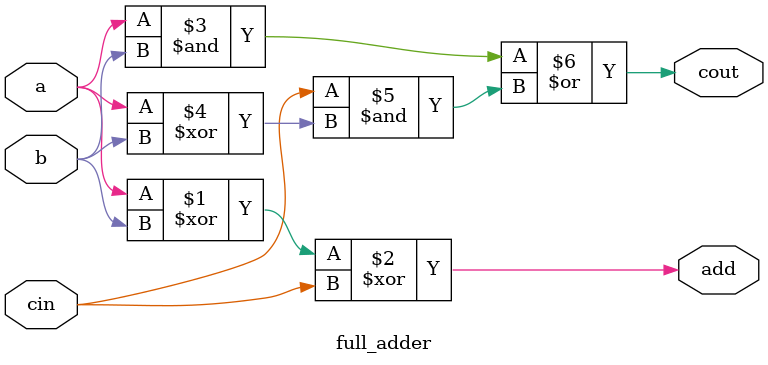
<source format=v>




module full_adder(input a, input b, input cin, output add, output cout);
	assign add = a ^ b ^ cin;
	assign cout = ( a & b ) | ( cin & ( a ^ b ) );
endmodule

/*
module full_adder(input a, b, cin, output add, cout);
	assign add = a ^ b ^ cin;
	assign cout = ( a & b ) | ( cin & ( a ^ b ) );
endmodule
*/

/*
module full_adder( a, b, cin, add, cout);
input a,b,cin;
output add,cout;
	assign add = a ^ b ^ cin;
	assign cout = ( a & b ) | ( cin & ( a ^ b ) );
endmodule
*/

</source>
